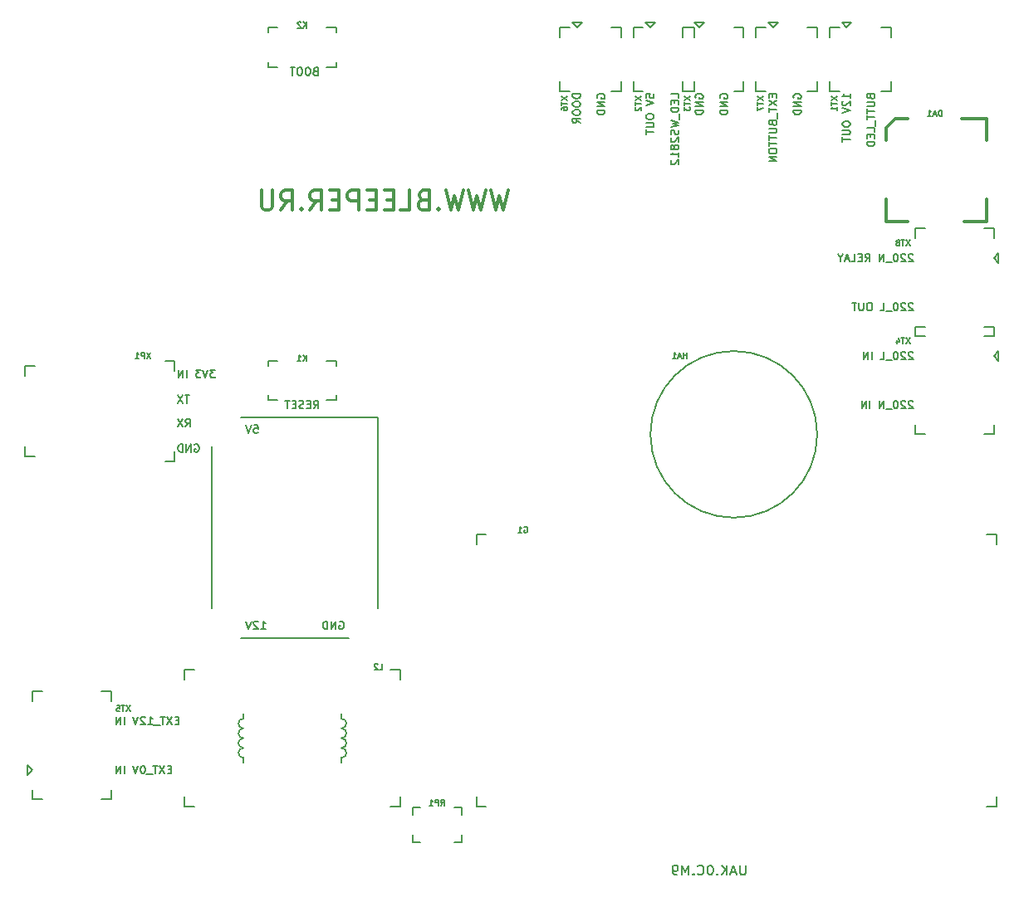
<source format=gbr>
G04 #@! TF.GenerationSoftware,KiCad,Pcbnew,(5.1.2-1)-1*
G04 #@! TF.CreationDate,2020-09-08T18:19:47+03:00*
G04 #@! TF.ProjectId,UAK_0,55414b5f-302e-46b6-9963-61645f706362,rev?*
G04 #@! TF.SameCoordinates,Original*
G04 #@! TF.FileFunction,Legend,Bot*
G04 #@! TF.FilePolarity,Positive*
%FSLAX46Y46*%
G04 Gerber Fmt 4.6, Leading zero omitted, Abs format (unit mm)*
G04 Created by KiCad (PCBNEW (5.1.2-1)-1) date 2020-09-08 18:19:47*
%MOMM*%
%LPD*%
G04 APERTURE LIST*
%ADD10C,0.150000*%
%ADD11C,0.300000*%
G04 APERTURE END LIST*
D10*
X107292976Y-112100000D02*
X107369166Y-112061904D01*
X107483452Y-112061904D01*
X107597738Y-112100000D01*
X107673928Y-112176190D01*
X107712023Y-112252380D01*
X107750119Y-112404761D01*
X107750119Y-112519047D01*
X107712023Y-112671428D01*
X107673928Y-112747619D01*
X107597738Y-112823809D01*
X107483452Y-112861904D01*
X107407261Y-112861904D01*
X107292976Y-112823809D01*
X107254880Y-112785714D01*
X107254880Y-112519047D01*
X107407261Y-112519047D01*
X106912023Y-112861904D02*
X106912023Y-112061904D01*
X106454880Y-112861904D01*
X106454880Y-112061904D01*
X106073928Y-112861904D02*
X106073928Y-112061904D01*
X105883452Y-112061904D01*
X105769166Y-112100000D01*
X105692976Y-112176190D01*
X105654880Y-112252380D01*
X105616785Y-112404761D01*
X105616785Y-112519047D01*
X105654880Y-112671428D01*
X105692976Y-112747619D01*
X105769166Y-112823809D01*
X105883452Y-112861904D01*
X106073928Y-112861904D01*
X99297500Y-112861904D02*
X99754642Y-112861904D01*
X99526071Y-112861904D02*
X99526071Y-112061904D01*
X99602261Y-112176190D01*
X99678452Y-112252380D01*
X99754642Y-112290476D01*
X98992738Y-112138095D02*
X98954642Y-112100000D01*
X98878452Y-112061904D01*
X98687976Y-112061904D01*
X98611785Y-112100000D01*
X98573690Y-112138095D01*
X98535595Y-112214285D01*
X98535595Y-112290476D01*
X98573690Y-112404761D01*
X99030833Y-112861904D01*
X98535595Y-112861904D01*
X98307023Y-112061904D02*
X98040357Y-112861904D01*
X97773690Y-112061904D01*
X98573690Y-92061904D02*
X98954642Y-92061904D01*
X98992738Y-92442857D01*
X98954642Y-92404761D01*
X98878452Y-92366666D01*
X98687976Y-92366666D01*
X98611785Y-92404761D01*
X98573690Y-92442857D01*
X98535595Y-92519047D01*
X98535595Y-92709523D01*
X98573690Y-92785714D01*
X98611785Y-92823809D01*
X98687976Y-92861904D01*
X98878452Y-92861904D01*
X98954642Y-92823809D01*
X98992738Y-92785714D01*
X98307023Y-92061904D02*
X98040357Y-92861904D01*
X97773690Y-92061904D01*
X91611785Y-92211904D02*
X91878452Y-91830952D01*
X92068928Y-92211904D02*
X92068928Y-91411904D01*
X91764166Y-91411904D01*
X91687976Y-91450000D01*
X91649880Y-91488095D01*
X91611785Y-91564285D01*
X91611785Y-91678571D01*
X91649880Y-91754761D01*
X91687976Y-91792857D01*
X91764166Y-91830952D01*
X92068928Y-91830952D01*
X91345119Y-91411904D02*
X90811785Y-92211904D01*
X90811785Y-91411904D02*
X91345119Y-92211904D01*
X91992738Y-89011904D02*
X91535595Y-89011904D01*
X91764166Y-89811904D02*
X91764166Y-89011904D01*
X91345119Y-89011904D02*
X90811785Y-89811904D01*
X90811785Y-89011904D02*
X91345119Y-89811904D01*
X94621309Y-86411904D02*
X94126071Y-86411904D01*
X94392738Y-86716666D01*
X94278452Y-86716666D01*
X94202261Y-86754761D01*
X94164166Y-86792857D01*
X94126071Y-86869047D01*
X94126071Y-87059523D01*
X94164166Y-87135714D01*
X94202261Y-87173809D01*
X94278452Y-87211904D01*
X94507023Y-87211904D01*
X94583214Y-87173809D01*
X94621309Y-87135714D01*
X93897500Y-86411904D02*
X93630833Y-87211904D01*
X93364166Y-86411904D01*
X93173690Y-86411904D02*
X92678452Y-86411904D01*
X92945119Y-86716666D01*
X92830833Y-86716666D01*
X92754642Y-86754761D01*
X92716547Y-86792857D01*
X92678452Y-86869047D01*
X92678452Y-87059523D01*
X92716547Y-87135714D01*
X92754642Y-87173809D01*
X92830833Y-87211904D01*
X93059404Y-87211904D01*
X93135595Y-87173809D01*
X93173690Y-87135714D01*
X91726071Y-87211904D02*
X91726071Y-86411904D01*
X91345119Y-87211904D02*
X91345119Y-86411904D01*
X90887976Y-87211904D01*
X90887976Y-86411904D01*
X92526071Y-94050000D02*
X92602261Y-94011904D01*
X92716547Y-94011904D01*
X92830833Y-94050000D01*
X92907023Y-94126190D01*
X92945119Y-94202380D01*
X92983214Y-94354761D01*
X92983214Y-94469047D01*
X92945119Y-94621428D01*
X92907023Y-94697619D01*
X92830833Y-94773809D01*
X92716547Y-94811904D01*
X92640357Y-94811904D01*
X92526071Y-94773809D01*
X92487976Y-94735714D01*
X92487976Y-94469047D01*
X92640357Y-94469047D01*
X92145119Y-94811904D02*
X92145119Y-94011904D01*
X91687976Y-94811904D01*
X91687976Y-94011904D01*
X91307023Y-94811904D02*
X91307023Y-94011904D01*
X91116547Y-94011904D01*
X91002261Y-94050000D01*
X90926071Y-94126190D01*
X90887976Y-94202380D01*
X90849880Y-94354761D01*
X90849880Y-94469047D01*
X90887976Y-94621428D01*
X90926071Y-94697619D01*
X91002261Y-94773809D01*
X91116547Y-94811904D01*
X91307023Y-94811904D01*
X90137976Y-127192857D02*
X89871309Y-127192857D01*
X89757023Y-127611904D02*
X90137976Y-127611904D01*
X90137976Y-126811904D01*
X89757023Y-126811904D01*
X89490357Y-126811904D02*
X88957023Y-127611904D01*
X88957023Y-126811904D02*
X89490357Y-127611904D01*
X88766547Y-126811904D02*
X88309404Y-126811904D01*
X88537976Y-127611904D02*
X88537976Y-126811904D01*
X88233214Y-127688095D02*
X87623690Y-127688095D01*
X87280833Y-126811904D02*
X87204642Y-126811904D01*
X87128452Y-126850000D01*
X87090357Y-126888095D01*
X87052261Y-126964285D01*
X87014166Y-127116666D01*
X87014166Y-127307142D01*
X87052261Y-127459523D01*
X87090357Y-127535714D01*
X87128452Y-127573809D01*
X87204642Y-127611904D01*
X87280833Y-127611904D01*
X87357023Y-127573809D01*
X87395119Y-127535714D01*
X87433214Y-127459523D01*
X87471309Y-127307142D01*
X87471309Y-127116666D01*
X87433214Y-126964285D01*
X87395119Y-126888095D01*
X87357023Y-126850000D01*
X87280833Y-126811904D01*
X86785595Y-126811904D02*
X86518928Y-127611904D01*
X86252261Y-126811904D01*
X85376071Y-127611904D02*
X85376071Y-126811904D01*
X84995119Y-127611904D02*
X84995119Y-126811904D01*
X84537976Y-127611904D01*
X84537976Y-126811904D01*
X90899880Y-122192857D02*
X90633214Y-122192857D01*
X90518928Y-122611904D02*
X90899880Y-122611904D01*
X90899880Y-121811904D01*
X90518928Y-121811904D01*
X90252261Y-121811904D02*
X89718928Y-122611904D01*
X89718928Y-121811904D02*
X90252261Y-122611904D01*
X89528452Y-121811904D02*
X89071309Y-121811904D01*
X89299880Y-122611904D02*
X89299880Y-121811904D01*
X88995119Y-122688095D02*
X88385595Y-122688095D01*
X87776071Y-122611904D02*
X88233214Y-122611904D01*
X88004642Y-122611904D02*
X88004642Y-121811904D01*
X88080833Y-121926190D01*
X88157023Y-122002380D01*
X88233214Y-122040476D01*
X87471309Y-121888095D02*
X87433214Y-121850000D01*
X87357023Y-121811904D01*
X87166547Y-121811904D01*
X87090357Y-121850000D01*
X87052261Y-121888095D01*
X87014166Y-121964285D01*
X87014166Y-122040476D01*
X87052261Y-122154761D01*
X87509404Y-122611904D01*
X87014166Y-122611904D01*
X86785595Y-121811904D02*
X86518928Y-122611904D01*
X86252261Y-121811904D01*
X85376071Y-122611904D02*
X85376071Y-121811904D01*
X84995119Y-122611904D02*
X84995119Y-121811904D01*
X84537976Y-122611904D01*
X84537976Y-121811904D01*
X165750119Y-89638095D02*
X165712023Y-89600000D01*
X165635833Y-89561904D01*
X165445357Y-89561904D01*
X165369166Y-89600000D01*
X165331071Y-89638095D01*
X165292976Y-89714285D01*
X165292976Y-89790476D01*
X165331071Y-89904761D01*
X165788214Y-90361904D01*
X165292976Y-90361904D01*
X164988214Y-89638095D02*
X164950119Y-89600000D01*
X164873928Y-89561904D01*
X164683452Y-89561904D01*
X164607261Y-89600000D01*
X164569166Y-89638095D01*
X164531071Y-89714285D01*
X164531071Y-89790476D01*
X164569166Y-89904761D01*
X165026309Y-90361904D01*
X164531071Y-90361904D01*
X164035833Y-89561904D02*
X163959642Y-89561904D01*
X163883452Y-89600000D01*
X163845357Y-89638095D01*
X163807261Y-89714285D01*
X163769166Y-89866666D01*
X163769166Y-90057142D01*
X163807261Y-90209523D01*
X163845357Y-90285714D01*
X163883452Y-90323809D01*
X163959642Y-90361904D01*
X164035833Y-90361904D01*
X164112023Y-90323809D01*
X164150119Y-90285714D01*
X164188214Y-90209523D01*
X164226309Y-90057142D01*
X164226309Y-89866666D01*
X164188214Y-89714285D01*
X164150119Y-89638095D01*
X164112023Y-89600000D01*
X164035833Y-89561904D01*
X163616785Y-90438095D02*
X163007261Y-90438095D01*
X162816785Y-90361904D02*
X162816785Y-89561904D01*
X162359642Y-90361904D01*
X162359642Y-89561904D01*
X161369166Y-90361904D02*
X161369166Y-89561904D01*
X160988214Y-90361904D02*
X160988214Y-89561904D01*
X160531071Y-90361904D01*
X160531071Y-89561904D01*
X165750119Y-84638095D02*
X165712023Y-84600000D01*
X165635833Y-84561904D01*
X165445357Y-84561904D01*
X165369166Y-84600000D01*
X165331071Y-84638095D01*
X165292976Y-84714285D01*
X165292976Y-84790476D01*
X165331071Y-84904761D01*
X165788214Y-85361904D01*
X165292976Y-85361904D01*
X164988214Y-84638095D02*
X164950119Y-84600000D01*
X164873928Y-84561904D01*
X164683452Y-84561904D01*
X164607261Y-84600000D01*
X164569166Y-84638095D01*
X164531071Y-84714285D01*
X164531071Y-84790476D01*
X164569166Y-84904761D01*
X165026309Y-85361904D01*
X164531071Y-85361904D01*
X164035833Y-84561904D02*
X163959642Y-84561904D01*
X163883452Y-84600000D01*
X163845357Y-84638095D01*
X163807261Y-84714285D01*
X163769166Y-84866666D01*
X163769166Y-85057142D01*
X163807261Y-85209523D01*
X163845357Y-85285714D01*
X163883452Y-85323809D01*
X163959642Y-85361904D01*
X164035833Y-85361904D01*
X164112023Y-85323809D01*
X164150119Y-85285714D01*
X164188214Y-85209523D01*
X164226309Y-85057142D01*
X164226309Y-84866666D01*
X164188214Y-84714285D01*
X164150119Y-84638095D01*
X164112023Y-84600000D01*
X164035833Y-84561904D01*
X163616785Y-85438095D02*
X163007261Y-85438095D01*
X162435833Y-85361904D02*
X162816785Y-85361904D01*
X162816785Y-84561904D01*
X161559642Y-85361904D02*
X161559642Y-84561904D01*
X161178690Y-85361904D02*
X161178690Y-84561904D01*
X160721547Y-85361904D01*
X160721547Y-84561904D01*
X165750119Y-79638095D02*
X165712023Y-79600000D01*
X165635833Y-79561904D01*
X165445357Y-79561904D01*
X165369166Y-79600000D01*
X165331071Y-79638095D01*
X165292976Y-79714285D01*
X165292976Y-79790476D01*
X165331071Y-79904761D01*
X165788214Y-80361904D01*
X165292976Y-80361904D01*
X164988214Y-79638095D02*
X164950119Y-79600000D01*
X164873928Y-79561904D01*
X164683452Y-79561904D01*
X164607261Y-79600000D01*
X164569166Y-79638095D01*
X164531071Y-79714285D01*
X164531071Y-79790476D01*
X164569166Y-79904761D01*
X165026309Y-80361904D01*
X164531071Y-80361904D01*
X164035833Y-79561904D02*
X163959642Y-79561904D01*
X163883452Y-79600000D01*
X163845357Y-79638095D01*
X163807261Y-79714285D01*
X163769166Y-79866666D01*
X163769166Y-80057142D01*
X163807261Y-80209523D01*
X163845357Y-80285714D01*
X163883452Y-80323809D01*
X163959642Y-80361904D01*
X164035833Y-80361904D01*
X164112023Y-80323809D01*
X164150119Y-80285714D01*
X164188214Y-80209523D01*
X164226309Y-80057142D01*
X164226309Y-79866666D01*
X164188214Y-79714285D01*
X164150119Y-79638095D01*
X164112023Y-79600000D01*
X164035833Y-79561904D01*
X163616785Y-80438095D02*
X163007261Y-80438095D01*
X162435833Y-80361904D02*
X162816785Y-80361904D01*
X162816785Y-79561904D01*
X161407261Y-79561904D02*
X161254880Y-79561904D01*
X161178690Y-79600000D01*
X161102500Y-79676190D01*
X161064404Y-79828571D01*
X161064404Y-80095238D01*
X161102500Y-80247619D01*
X161178690Y-80323809D01*
X161254880Y-80361904D01*
X161407261Y-80361904D01*
X161483452Y-80323809D01*
X161559642Y-80247619D01*
X161597738Y-80095238D01*
X161597738Y-79828571D01*
X161559642Y-79676190D01*
X161483452Y-79600000D01*
X161407261Y-79561904D01*
X160721547Y-79561904D02*
X160721547Y-80209523D01*
X160683452Y-80285714D01*
X160645357Y-80323809D01*
X160569166Y-80361904D01*
X160416785Y-80361904D01*
X160340595Y-80323809D01*
X160302500Y-80285714D01*
X160264404Y-80209523D01*
X160264404Y-79561904D01*
X159997738Y-79561904D02*
X159540595Y-79561904D01*
X159769166Y-80361904D02*
X159769166Y-79561904D01*
X165750119Y-74638095D02*
X165712023Y-74600000D01*
X165635833Y-74561904D01*
X165445357Y-74561904D01*
X165369166Y-74600000D01*
X165331071Y-74638095D01*
X165292976Y-74714285D01*
X165292976Y-74790476D01*
X165331071Y-74904761D01*
X165788214Y-75361904D01*
X165292976Y-75361904D01*
X164988214Y-74638095D02*
X164950119Y-74600000D01*
X164873928Y-74561904D01*
X164683452Y-74561904D01*
X164607261Y-74600000D01*
X164569166Y-74638095D01*
X164531071Y-74714285D01*
X164531071Y-74790476D01*
X164569166Y-74904761D01*
X165026309Y-75361904D01*
X164531071Y-75361904D01*
X164035833Y-74561904D02*
X163959642Y-74561904D01*
X163883452Y-74600000D01*
X163845357Y-74638095D01*
X163807261Y-74714285D01*
X163769166Y-74866666D01*
X163769166Y-75057142D01*
X163807261Y-75209523D01*
X163845357Y-75285714D01*
X163883452Y-75323809D01*
X163959642Y-75361904D01*
X164035833Y-75361904D01*
X164112023Y-75323809D01*
X164150119Y-75285714D01*
X164188214Y-75209523D01*
X164226309Y-75057142D01*
X164226309Y-74866666D01*
X164188214Y-74714285D01*
X164150119Y-74638095D01*
X164112023Y-74600000D01*
X164035833Y-74561904D01*
X163616785Y-75438095D02*
X163007261Y-75438095D01*
X162816785Y-75361904D02*
X162816785Y-74561904D01*
X162359642Y-75361904D01*
X162359642Y-74561904D01*
X160912023Y-75361904D02*
X161178690Y-74980952D01*
X161369166Y-75361904D02*
X161369166Y-74561904D01*
X161064404Y-74561904D01*
X160988214Y-74600000D01*
X160950119Y-74638095D01*
X160912023Y-74714285D01*
X160912023Y-74828571D01*
X160950119Y-74904761D01*
X160988214Y-74942857D01*
X161064404Y-74980952D01*
X161369166Y-74980952D01*
X160569166Y-74942857D02*
X160302500Y-74942857D01*
X160188214Y-75361904D02*
X160569166Y-75361904D01*
X160569166Y-74561904D01*
X160188214Y-74561904D01*
X159464404Y-75361904D02*
X159845357Y-75361904D01*
X159845357Y-74561904D01*
X159235833Y-75133333D02*
X158854880Y-75133333D01*
X159312023Y-75361904D02*
X159045357Y-74561904D01*
X158778690Y-75361904D01*
X158359642Y-74980952D02*
X158359642Y-75361904D01*
X158626309Y-74561904D02*
X158359642Y-74980952D01*
X158092976Y-74561904D01*
X161442857Y-58554642D02*
X161480952Y-58668928D01*
X161519047Y-58707023D01*
X161595238Y-58745119D01*
X161709523Y-58745119D01*
X161785714Y-58707023D01*
X161823809Y-58668928D01*
X161861904Y-58592738D01*
X161861904Y-58287976D01*
X161061904Y-58287976D01*
X161061904Y-58554642D01*
X161100000Y-58630833D01*
X161138095Y-58668928D01*
X161214285Y-58707023D01*
X161290476Y-58707023D01*
X161366666Y-58668928D01*
X161404761Y-58630833D01*
X161442857Y-58554642D01*
X161442857Y-58287976D01*
X161061904Y-59087976D02*
X161709523Y-59087976D01*
X161785714Y-59126071D01*
X161823809Y-59164166D01*
X161861904Y-59240357D01*
X161861904Y-59392738D01*
X161823809Y-59468928D01*
X161785714Y-59507023D01*
X161709523Y-59545119D01*
X161061904Y-59545119D01*
X161061904Y-59811785D02*
X161061904Y-60268928D01*
X161861904Y-60040357D02*
X161061904Y-60040357D01*
X161061904Y-60421309D02*
X161061904Y-60878452D01*
X161861904Y-60649880D02*
X161061904Y-60649880D01*
X161938095Y-60954642D02*
X161938095Y-61564166D01*
X161861904Y-62135595D02*
X161861904Y-61754642D01*
X161061904Y-61754642D01*
X161442857Y-62402261D02*
X161442857Y-62668928D01*
X161861904Y-62783214D02*
X161861904Y-62402261D01*
X161061904Y-62402261D01*
X161061904Y-62783214D01*
X161861904Y-63126071D02*
X161061904Y-63126071D01*
X161061904Y-63316547D01*
X161100000Y-63430833D01*
X161176190Y-63507023D01*
X161252380Y-63545119D01*
X161404761Y-63583214D01*
X161519047Y-63583214D01*
X161671428Y-63545119D01*
X161747619Y-63507023D01*
X161823809Y-63430833D01*
X161861904Y-63316547D01*
X161861904Y-63126071D01*
X159361904Y-58707023D02*
X159361904Y-58249880D01*
X159361904Y-58478452D02*
X158561904Y-58478452D01*
X158676190Y-58402261D01*
X158752380Y-58326071D01*
X158790476Y-58249880D01*
X158638095Y-59011785D02*
X158600000Y-59049880D01*
X158561904Y-59126071D01*
X158561904Y-59316547D01*
X158600000Y-59392738D01*
X158638095Y-59430833D01*
X158714285Y-59468928D01*
X158790476Y-59468928D01*
X158904761Y-59430833D01*
X159361904Y-58973690D01*
X159361904Y-59468928D01*
X158561904Y-59697500D02*
X159361904Y-59964166D01*
X158561904Y-60230833D01*
X158561904Y-61259404D02*
X158561904Y-61411785D01*
X158600000Y-61487976D01*
X158676190Y-61564166D01*
X158828571Y-61602261D01*
X159095238Y-61602261D01*
X159247619Y-61564166D01*
X159323809Y-61487976D01*
X159361904Y-61411785D01*
X159361904Y-61259404D01*
X159323809Y-61183214D01*
X159247619Y-61107023D01*
X159095238Y-61068928D01*
X158828571Y-61068928D01*
X158676190Y-61107023D01*
X158600000Y-61183214D01*
X158561904Y-61259404D01*
X158561904Y-61945119D02*
X159209523Y-61945119D01*
X159285714Y-61983214D01*
X159323809Y-62021309D01*
X159361904Y-62097500D01*
X159361904Y-62249880D01*
X159323809Y-62326071D01*
X159285714Y-62364166D01*
X159209523Y-62402261D01*
X158561904Y-62402261D01*
X158561904Y-62668928D02*
X158561904Y-63126071D01*
X159361904Y-62897500D02*
X158561904Y-62897500D01*
X153600000Y-58707023D02*
X153561904Y-58630833D01*
X153561904Y-58516547D01*
X153600000Y-58402261D01*
X153676190Y-58326071D01*
X153752380Y-58287976D01*
X153904761Y-58249880D01*
X154019047Y-58249880D01*
X154171428Y-58287976D01*
X154247619Y-58326071D01*
X154323809Y-58402261D01*
X154361904Y-58516547D01*
X154361904Y-58592738D01*
X154323809Y-58707023D01*
X154285714Y-58745119D01*
X154019047Y-58745119D01*
X154019047Y-58592738D01*
X154361904Y-59087976D02*
X153561904Y-59087976D01*
X154361904Y-59545119D01*
X153561904Y-59545119D01*
X154361904Y-59926071D02*
X153561904Y-59926071D01*
X153561904Y-60116547D01*
X153600000Y-60230833D01*
X153676190Y-60307023D01*
X153752380Y-60345119D01*
X153904761Y-60383214D01*
X154019047Y-60383214D01*
X154171428Y-60345119D01*
X154247619Y-60307023D01*
X154323809Y-60230833D01*
X154361904Y-60116547D01*
X154361904Y-59926071D01*
X151442857Y-58287976D02*
X151442857Y-58554642D01*
X151861904Y-58668928D02*
X151861904Y-58287976D01*
X151061904Y-58287976D01*
X151061904Y-58668928D01*
X151061904Y-58935595D02*
X151861904Y-59468928D01*
X151061904Y-59468928D02*
X151861904Y-58935595D01*
X151061904Y-59659404D02*
X151061904Y-60116547D01*
X151861904Y-59887976D02*
X151061904Y-59887976D01*
X151938095Y-60192738D02*
X151938095Y-60802261D01*
X151442857Y-61259404D02*
X151480952Y-61373690D01*
X151519047Y-61411785D01*
X151595238Y-61449880D01*
X151709523Y-61449880D01*
X151785714Y-61411785D01*
X151823809Y-61373690D01*
X151861904Y-61297500D01*
X151861904Y-60992738D01*
X151061904Y-60992738D01*
X151061904Y-61259404D01*
X151100000Y-61335595D01*
X151138095Y-61373690D01*
X151214285Y-61411785D01*
X151290476Y-61411785D01*
X151366666Y-61373690D01*
X151404761Y-61335595D01*
X151442857Y-61259404D01*
X151442857Y-60992738D01*
X151061904Y-61792738D02*
X151709523Y-61792738D01*
X151785714Y-61830833D01*
X151823809Y-61868928D01*
X151861904Y-61945119D01*
X151861904Y-62097500D01*
X151823809Y-62173690D01*
X151785714Y-62211785D01*
X151709523Y-62249880D01*
X151061904Y-62249880D01*
X151061904Y-62516547D02*
X151061904Y-62973690D01*
X151861904Y-62745119D02*
X151061904Y-62745119D01*
X151061904Y-63126071D02*
X151061904Y-63583214D01*
X151861904Y-63354642D02*
X151061904Y-63354642D01*
X151061904Y-64002261D02*
X151061904Y-64154642D01*
X151100000Y-64230833D01*
X151176190Y-64307023D01*
X151328571Y-64345119D01*
X151595238Y-64345119D01*
X151747619Y-64307023D01*
X151823809Y-64230833D01*
X151861904Y-64154642D01*
X151861904Y-64002261D01*
X151823809Y-63926071D01*
X151747619Y-63849880D01*
X151595238Y-63811785D01*
X151328571Y-63811785D01*
X151176190Y-63849880D01*
X151100000Y-63926071D01*
X151061904Y-64002261D01*
X151861904Y-64687976D02*
X151061904Y-64687976D01*
X151861904Y-65145119D01*
X151061904Y-65145119D01*
X138561904Y-58668928D02*
X138561904Y-58287976D01*
X138942857Y-58249880D01*
X138904761Y-58287976D01*
X138866666Y-58364166D01*
X138866666Y-58554642D01*
X138904761Y-58630833D01*
X138942857Y-58668928D01*
X139019047Y-58707023D01*
X139209523Y-58707023D01*
X139285714Y-58668928D01*
X139323809Y-58630833D01*
X139361904Y-58554642D01*
X139361904Y-58364166D01*
X139323809Y-58287976D01*
X139285714Y-58249880D01*
X138561904Y-58935595D02*
X139361904Y-59202261D01*
X138561904Y-59468928D01*
X138561904Y-60497500D02*
X138561904Y-60649880D01*
X138600000Y-60726071D01*
X138676190Y-60802261D01*
X138828571Y-60840357D01*
X139095238Y-60840357D01*
X139247619Y-60802261D01*
X139323809Y-60726071D01*
X139361904Y-60649880D01*
X139361904Y-60497500D01*
X139323809Y-60421309D01*
X139247619Y-60345119D01*
X139095238Y-60307023D01*
X138828571Y-60307023D01*
X138676190Y-60345119D01*
X138600000Y-60421309D01*
X138561904Y-60497500D01*
X138561904Y-61183214D02*
X139209523Y-61183214D01*
X139285714Y-61221309D01*
X139323809Y-61259404D01*
X139361904Y-61335595D01*
X139361904Y-61487976D01*
X139323809Y-61564166D01*
X139285714Y-61602261D01*
X139209523Y-61640357D01*
X138561904Y-61640357D01*
X138561904Y-61907023D02*
X138561904Y-62364166D01*
X139361904Y-62135595D02*
X138561904Y-62135595D01*
X146100000Y-58707023D02*
X146061904Y-58630833D01*
X146061904Y-58516547D01*
X146100000Y-58402261D01*
X146176190Y-58326071D01*
X146252380Y-58287976D01*
X146404761Y-58249880D01*
X146519047Y-58249880D01*
X146671428Y-58287976D01*
X146747619Y-58326071D01*
X146823809Y-58402261D01*
X146861904Y-58516547D01*
X146861904Y-58592738D01*
X146823809Y-58707023D01*
X146785714Y-58745119D01*
X146519047Y-58745119D01*
X146519047Y-58592738D01*
X146861904Y-59087976D02*
X146061904Y-59087976D01*
X146861904Y-59545119D01*
X146061904Y-59545119D01*
X146861904Y-59926071D02*
X146061904Y-59926071D01*
X146061904Y-60116547D01*
X146100000Y-60230833D01*
X146176190Y-60307023D01*
X146252380Y-60345119D01*
X146404761Y-60383214D01*
X146519047Y-60383214D01*
X146671428Y-60345119D01*
X146747619Y-60307023D01*
X146823809Y-60230833D01*
X146861904Y-60116547D01*
X146861904Y-59926071D01*
X143600000Y-58707023D02*
X143561904Y-58630833D01*
X143561904Y-58516547D01*
X143600000Y-58402261D01*
X143676190Y-58326071D01*
X143752380Y-58287976D01*
X143904761Y-58249880D01*
X144019047Y-58249880D01*
X144171428Y-58287976D01*
X144247619Y-58326071D01*
X144323809Y-58402261D01*
X144361904Y-58516547D01*
X144361904Y-58592738D01*
X144323809Y-58707023D01*
X144285714Y-58745119D01*
X144019047Y-58745119D01*
X144019047Y-58592738D01*
X144361904Y-59087976D02*
X143561904Y-59087976D01*
X144361904Y-59545119D01*
X143561904Y-59545119D01*
X144361904Y-59926071D02*
X143561904Y-59926071D01*
X143561904Y-60116547D01*
X143600000Y-60230833D01*
X143676190Y-60307023D01*
X143752380Y-60345119D01*
X143904761Y-60383214D01*
X144019047Y-60383214D01*
X144171428Y-60345119D01*
X144247619Y-60307023D01*
X144323809Y-60230833D01*
X144361904Y-60116547D01*
X144361904Y-59926071D01*
X141861904Y-58668928D02*
X141861904Y-58287976D01*
X141061904Y-58287976D01*
X141442857Y-58935595D02*
X141442857Y-59202261D01*
X141861904Y-59316547D02*
X141861904Y-58935595D01*
X141061904Y-58935595D01*
X141061904Y-59316547D01*
X141861904Y-59659404D02*
X141061904Y-59659404D01*
X141061904Y-59849880D01*
X141100000Y-59964166D01*
X141176190Y-60040357D01*
X141252380Y-60078452D01*
X141404761Y-60116547D01*
X141519047Y-60116547D01*
X141671428Y-60078452D01*
X141747619Y-60040357D01*
X141823809Y-59964166D01*
X141861904Y-59849880D01*
X141861904Y-59659404D01*
X141938095Y-60268928D02*
X141938095Y-60878452D01*
X141061904Y-60992738D02*
X141861904Y-61183214D01*
X141290476Y-61335595D01*
X141861904Y-61487976D01*
X141061904Y-61678452D01*
X141823809Y-61945119D02*
X141861904Y-62059404D01*
X141861904Y-62249880D01*
X141823809Y-62326071D01*
X141785714Y-62364166D01*
X141709523Y-62402261D01*
X141633333Y-62402261D01*
X141557142Y-62364166D01*
X141519047Y-62326071D01*
X141480952Y-62249880D01*
X141442857Y-62097500D01*
X141404761Y-62021309D01*
X141366666Y-61983214D01*
X141290476Y-61945119D01*
X141214285Y-61945119D01*
X141138095Y-61983214D01*
X141100000Y-62021309D01*
X141061904Y-62097500D01*
X141061904Y-62287976D01*
X141100000Y-62402261D01*
X141138095Y-62707023D02*
X141100000Y-62745119D01*
X141061904Y-62821309D01*
X141061904Y-63011785D01*
X141100000Y-63087976D01*
X141138095Y-63126071D01*
X141214285Y-63164166D01*
X141290476Y-63164166D01*
X141404761Y-63126071D01*
X141861904Y-62668928D01*
X141861904Y-63164166D01*
X141404761Y-63621309D02*
X141366666Y-63545119D01*
X141328571Y-63507023D01*
X141252380Y-63468928D01*
X141214285Y-63468928D01*
X141138095Y-63507023D01*
X141100000Y-63545119D01*
X141061904Y-63621309D01*
X141061904Y-63773690D01*
X141100000Y-63849880D01*
X141138095Y-63887976D01*
X141214285Y-63926071D01*
X141252380Y-63926071D01*
X141328571Y-63887976D01*
X141366666Y-63849880D01*
X141404761Y-63773690D01*
X141404761Y-63621309D01*
X141442857Y-63545119D01*
X141480952Y-63507023D01*
X141557142Y-63468928D01*
X141709523Y-63468928D01*
X141785714Y-63507023D01*
X141823809Y-63545119D01*
X141861904Y-63621309D01*
X141861904Y-63773690D01*
X141823809Y-63849880D01*
X141785714Y-63887976D01*
X141709523Y-63926071D01*
X141557142Y-63926071D01*
X141480952Y-63887976D01*
X141442857Y-63849880D01*
X141404761Y-63773690D01*
X141861904Y-64687976D02*
X141861904Y-64230833D01*
X141861904Y-64459404D02*
X141061904Y-64459404D01*
X141176190Y-64383214D01*
X141252380Y-64307023D01*
X141290476Y-64230833D01*
X141138095Y-64992738D02*
X141100000Y-65030833D01*
X141061904Y-65107023D01*
X141061904Y-65297500D01*
X141100000Y-65373690D01*
X141138095Y-65411785D01*
X141214285Y-65449880D01*
X141290476Y-65449880D01*
X141404761Y-65411785D01*
X141861904Y-64954642D01*
X141861904Y-65449880D01*
X131861904Y-58287976D02*
X131061904Y-58287976D01*
X131061904Y-58478452D01*
X131100000Y-58592738D01*
X131176190Y-58668928D01*
X131252380Y-58707023D01*
X131404761Y-58745119D01*
X131519047Y-58745119D01*
X131671428Y-58707023D01*
X131747619Y-58668928D01*
X131823809Y-58592738D01*
X131861904Y-58478452D01*
X131861904Y-58287976D01*
X131061904Y-59240357D02*
X131061904Y-59392738D01*
X131100000Y-59468928D01*
X131176190Y-59545119D01*
X131328571Y-59583214D01*
X131595238Y-59583214D01*
X131747619Y-59545119D01*
X131823809Y-59468928D01*
X131861904Y-59392738D01*
X131861904Y-59240357D01*
X131823809Y-59164166D01*
X131747619Y-59087976D01*
X131595238Y-59049880D01*
X131328571Y-59049880D01*
X131176190Y-59087976D01*
X131100000Y-59164166D01*
X131061904Y-59240357D01*
X131061904Y-60078452D02*
X131061904Y-60230833D01*
X131100000Y-60307023D01*
X131176190Y-60383214D01*
X131328571Y-60421309D01*
X131595238Y-60421309D01*
X131747619Y-60383214D01*
X131823809Y-60307023D01*
X131861904Y-60230833D01*
X131861904Y-60078452D01*
X131823809Y-60002261D01*
X131747619Y-59926071D01*
X131595238Y-59887976D01*
X131328571Y-59887976D01*
X131176190Y-59926071D01*
X131100000Y-60002261D01*
X131061904Y-60078452D01*
X131861904Y-61221309D02*
X131480952Y-60954642D01*
X131861904Y-60764166D02*
X131061904Y-60764166D01*
X131061904Y-61068928D01*
X131100000Y-61145119D01*
X131138095Y-61183214D01*
X131214285Y-61221309D01*
X131328571Y-61221309D01*
X131404761Y-61183214D01*
X131442857Y-61145119D01*
X131480952Y-61068928D01*
X131480952Y-60764166D01*
X133600000Y-58707023D02*
X133561904Y-58630833D01*
X133561904Y-58516547D01*
X133600000Y-58402261D01*
X133676190Y-58326071D01*
X133752380Y-58287976D01*
X133904761Y-58249880D01*
X134019047Y-58249880D01*
X134171428Y-58287976D01*
X134247619Y-58326071D01*
X134323809Y-58402261D01*
X134361904Y-58516547D01*
X134361904Y-58592738D01*
X134323809Y-58707023D01*
X134285714Y-58745119D01*
X134019047Y-58745119D01*
X134019047Y-58592738D01*
X134361904Y-59087976D02*
X133561904Y-59087976D01*
X134361904Y-59545119D01*
X133561904Y-59545119D01*
X134361904Y-59926071D02*
X133561904Y-59926071D01*
X133561904Y-60116547D01*
X133600000Y-60230833D01*
X133676190Y-60307023D01*
X133752380Y-60345119D01*
X133904761Y-60383214D01*
X134019047Y-60383214D01*
X134171428Y-60345119D01*
X134247619Y-60307023D01*
X134323809Y-60230833D01*
X134361904Y-60116547D01*
X134361904Y-59926071D01*
X104835714Y-55942857D02*
X104721428Y-55980952D01*
X104683333Y-56019047D01*
X104645238Y-56095238D01*
X104645238Y-56209523D01*
X104683333Y-56285714D01*
X104721428Y-56323809D01*
X104797619Y-56361904D01*
X105102380Y-56361904D01*
X105102380Y-55561904D01*
X104835714Y-55561904D01*
X104759523Y-55600000D01*
X104721428Y-55638095D01*
X104683333Y-55714285D01*
X104683333Y-55790476D01*
X104721428Y-55866666D01*
X104759523Y-55904761D01*
X104835714Y-55942857D01*
X105102380Y-55942857D01*
X104150000Y-55561904D02*
X103997619Y-55561904D01*
X103921428Y-55600000D01*
X103845238Y-55676190D01*
X103807142Y-55828571D01*
X103807142Y-56095238D01*
X103845238Y-56247619D01*
X103921428Y-56323809D01*
X103997619Y-56361904D01*
X104150000Y-56361904D01*
X104226190Y-56323809D01*
X104302380Y-56247619D01*
X104340476Y-56095238D01*
X104340476Y-55828571D01*
X104302380Y-55676190D01*
X104226190Y-55600000D01*
X104150000Y-55561904D01*
X103311904Y-55561904D02*
X103159523Y-55561904D01*
X103083333Y-55600000D01*
X103007142Y-55676190D01*
X102969047Y-55828571D01*
X102969047Y-56095238D01*
X103007142Y-56247619D01*
X103083333Y-56323809D01*
X103159523Y-56361904D01*
X103311904Y-56361904D01*
X103388095Y-56323809D01*
X103464285Y-56247619D01*
X103502380Y-56095238D01*
X103502380Y-55828571D01*
X103464285Y-55676190D01*
X103388095Y-55600000D01*
X103311904Y-55561904D01*
X102740476Y-55561904D02*
X102283333Y-55561904D01*
X102511904Y-56361904D02*
X102511904Y-55561904D01*
X104661904Y-90361904D02*
X104928571Y-89980952D01*
X105119047Y-90361904D02*
X105119047Y-89561904D01*
X104814285Y-89561904D01*
X104738095Y-89600000D01*
X104700000Y-89638095D01*
X104661904Y-89714285D01*
X104661904Y-89828571D01*
X104700000Y-89904761D01*
X104738095Y-89942857D01*
X104814285Y-89980952D01*
X105119047Y-89980952D01*
X104319047Y-89942857D02*
X104052380Y-89942857D01*
X103938095Y-90361904D02*
X104319047Y-90361904D01*
X104319047Y-89561904D01*
X103938095Y-89561904D01*
X103633333Y-90323809D02*
X103519047Y-90361904D01*
X103328571Y-90361904D01*
X103252380Y-90323809D01*
X103214285Y-90285714D01*
X103176190Y-90209523D01*
X103176190Y-90133333D01*
X103214285Y-90057142D01*
X103252380Y-90019047D01*
X103328571Y-89980952D01*
X103480952Y-89942857D01*
X103557142Y-89904761D01*
X103595238Y-89866666D01*
X103633333Y-89790476D01*
X103633333Y-89714285D01*
X103595238Y-89638095D01*
X103557142Y-89600000D01*
X103480952Y-89561904D01*
X103290476Y-89561904D01*
X103176190Y-89600000D01*
X102833333Y-89942857D02*
X102566666Y-89942857D01*
X102452380Y-90361904D02*
X102833333Y-90361904D01*
X102833333Y-89561904D01*
X102452380Y-89561904D01*
X102223809Y-89561904D02*
X101766666Y-89561904D01*
X101995238Y-90361904D02*
X101995238Y-89561904D01*
X111250000Y-110750000D02*
X111250000Y-91250000D01*
X97250000Y-91250000D02*
X111250000Y-91250000D01*
X94250000Y-110750000D02*
X94250000Y-94250000D01*
X97250000Y-113750000D02*
X108250000Y-113750000D01*
D11*
X124466666Y-68104761D02*
X123990476Y-70104761D01*
X123609523Y-68676190D01*
X123228571Y-70104761D01*
X122752380Y-68104761D01*
X122180952Y-68104761D02*
X121704761Y-70104761D01*
X121323809Y-68676190D01*
X120942857Y-70104761D01*
X120466666Y-68104761D01*
X119895238Y-68104761D02*
X119419047Y-70104761D01*
X119038095Y-68676190D01*
X118657142Y-70104761D01*
X118180952Y-68104761D01*
X117419047Y-69914285D02*
X117323809Y-70009523D01*
X117419047Y-70104761D01*
X117514285Y-70009523D01*
X117419047Y-69914285D01*
X117419047Y-70104761D01*
X115800000Y-69057142D02*
X115514285Y-69152380D01*
X115419047Y-69247619D01*
X115323809Y-69438095D01*
X115323809Y-69723809D01*
X115419047Y-69914285D01*
X115514285Y-70009523D01*
X115704761Y-70104761D01*
X116466666Y-70104761D01*
X116466666Y-68104761D01*
X115800000Y-68104761D01*
X115609523Y-68200000D01*
X115514285Y-68295238D01*
X115419047Y-68485714D01*
X115419047Y-68676190D01*
X115514285Y-68866666D01*
X115609523Y-68961904D01*
X115800000Y-69057142D01*
X116466666Y-69057142D01*
X113514285Y-70104761D02*
X114466666Y-70104761D01*
X114466666Y-68104761D01*
X112847619Y-69057142D02*
X112180952Y-69057142D01*
X111895238Y-70104761D02*
X112847619Y-70104761D01*
X112847619Y-68104761D01*
X111895238Y-68104761D01*
X111038095Y-69057142D02*
X110371428Y-69057142D01*
X110085714Y-70104761D02*
X111038095Y-70104761D01*
X111038095Y-68104761D01*
X110085714Y-68104761D01*
X109228571Y-70104761D02*
X109228571Y-68104761D01*
X108466666Y-68104761D01*
X108276190Y-68200000D01*
X108180952Y-68295238D01*
X108085714Y-68485714D01*
X108085714Y-68771428D01*
X108180952Y-68961904D01*
X108276190Y-69057142D01*
X108466666Y-69152380D01*
X109228571Y-69152380D01*
X107228571Y-69057142D02*
X106561904Y-69057142D01*
X106276190Y-70104761D02*
X107228571Y-70104761D01*
X107228571Y-68104761D01*
X106276190Y-68104761D01*
X104276190Y-70104761D02*
X104942857Y-69152380D01*
X105419047Y-70104761D02*
X105419047Y-68104761D01*
X104657142Y-68104761D01*
X104466666Y-68200000D01*
X104371428Y-68295238D01*
X104276190Y-68485714D01*
X104276190Y-68771428D01*
X104371428Y-68961904D01*
X104466666Y-69057142D01*
X104657142Y-69152380D01*
X105419047Y-69152380D01*
X103419047Y-69914285D02*
X103323809Y-70009523D01*
X103419047Y-70104761D01*
X103514285Y-70009523D01*
X103419047Y-69914285D01*
X103419047Y-70104761D01*
X101323809Y-70104761D02*
X101990476Y-69152380D01*
X102466666Y-70104761D02*
X102466666Y-68104761D01*
X101704761Y-68104761D01*
X101514285Y-68200000D01*
X101419047Y-68295238D01*
X101323809Y-68485714D01*
X101323809Y-68771428D01*
X101419047Y-68961904D01*
X101514285Y-69057142D01*
X101704761Y-69152380D01*
X102466666Y-69152380D01*
X100466666Y-68104761D02*
X100466666Y-69723809D01*
X100371428Y-69914285D01*
X100276190Y-70009523D01*
X100085714Y-70104761D01*
X99704761Y-70104761D01*
X99514285Y-70009523D01*
X99419047Y-69914285D01*
X99323809Y-69723809D01*
X99323809Y-68104761D01*
D10*
X148714285Y-136952380D02*
X148714285Y-137761904D01*
X148666666Y-137857142D01*
X148619047Y-137904761D01*
X148523809Y-137952380D01*
X148333333Y-137952380D01*
X148238095Y-137904761D01*
X148190476Y-137857142D01*
X148142857Y-137761904D01*
X148142857Y-136952380D01*
X147714285Y-137666666D02*
X147238095Y-137666666D01*
X147809523Y-137952380D02*
X147476190Y-136952380D01*
X147142857Y-137952380D01*
X146809523Y-137952380D02*
X146809523Y-136952380D01*
X146238095Y-137952380D02*
X146666666Y-137380952D01*
X146238095Y-136952380D02*
X146809523Y-137523809D01*
X145809523Y-137857142D02*
X145761904Y-137904761D01*
X145809523Y-137952380D01*
X145857142Y-137904761D01*
X145809523Y-137857142D01*
X145809523Y-137952380D01*
X145142857Y-136952380D02*
X145047619Y-136952380D01*
X144952380Y-137000000D01*
X144904761Y-137047619D01*
X144857142Y-137142857D01*
X144809523Y-137333333D01*
X144809523Y-137571428D01*
X144857142Y-137761904D01*
X144904761Y-137857142D01*
X144952380Y-137904761D01*
X145047619Y-137952380D01*
X145142857Y-137952380D01*
X145238095Y-137904761D01*
X145285714Y-137857142D01*
X145333333Y-137761904D01*
X145380952Y-137571428D01*
X145380952Y-137333333D01*
X145333333Y-137142857D01*
X145285714Y-137047619D01*
X145238095Y-137000000D01*
X145142857Y-136952380D01*
X143809523Y-137857142D02*
X143857142Y-137904761D01*
X144000000Y-137952380D01*
X144095238Y-137952380D01*
X144238095Y-137904761D01*
X144333333Y-137809523D01*
X144380952Y-137714285D01*
X144428571Y-137523809D01*
X144428571Y-137380952D01*
X144380952Y-137190476D01*
X144333333Y-137095238D01*
X144238095Y-137000000D01*
X144095238Y-136952380D01*
X144000000Y-136952380D01*
X143857142Y-137000000D01*
X143809523Y-137047619D01*
X143380952Y-137857142D02*
X143333333Y-137904761D01*
X143380952Y-137952380D01*
X143428571Y-137904761D01*
X143380952Y-137857142D01*
X143380952Y-137952380D01*
X142904761Y-137952380D02*
X142904761Y-136952380D01*
X142571428Y-137666666D01*
X142238095Y-136952380D01*
X142238095Y-137952380D01*
X141714285Y-137952380D02*
X141523809Y-137952380D01*
X141428571Y-137904761D01*
X141380952Y-137857142D01*
X141285714Y-137714285D01*
X141238095Y-137523809D01*
X141238095Y-137142857D01*
X141285714Y-137047619D01*
X141333333Y-137000000D01*
X141428571Y-136952380D01*
X141619047Y-136952380D01*
X141714285Y-137000000D01*
X141761904Y-137047619D01*
X141809523Y-137142857D01*
X141809523Y-137380952D01*
X141761904Y-137476190D01*
X141714285Y-137523809D01*
X141619047Y-137571428D01*
X141428571Y-137571428D01*
X141333333Y-137523809D01*
X141285714Y-137476190D01*
X141238095Y-137380952D01*
D11*
X163000000Y-71250000D02*
X165250000Y-71250000D01*
X163000000Y-71241600D02*
X163000000Y-69000000D01*
X173235200Y-71250000D02*
X173250000Y-69000000D01*
X173250000Y-60750000D02*
X173250000Y-63000000D01*
X173250000Y-60750000D02*
X170750000Y-60750000D01*
X164000000Y-60750000D02*
X165250000Y-60750000D01*
X163000000Y-61750000D02*
X164000000Y-60750000D01*
X171000000Y-71250000D02*
X173235200Y-71250000D01*
X163000000Y-63000000D02*
X163000000Y-61750000D01*
D10*
X174500000Y-75500000D02*
X174000000Y-75000000D01*
X174500000Y-74500000D02*
X174500000Y-75500000D01*
X174000000Y-75000000D02*
X174500000Y-74500000D01*
X174000000Y-72000000D02*
X173000000Y-72000000D01*
X174000000Y-72000000D02*
X174000000Y-73000000D01*
X174000000Y-83000000D02*
X174000000Y-82000000D01*
X166000000Y-72000000D02*
X167000000Y-72000000D01*
X166000000Y-72000000D02*
X166000000Y-73000000D01*
X166000000Y-83000000D02*
X166000000Y-82000000D01*
X166000000Y-83000000D02*
X167000000Y-83000000D01*
X174000000Y-83000000D02*
X173000000Y-83000000D01*
X152000000Y-50950000D02*
X151500000Y-51450000D01*
X151000000Y-50950000D02*
X152000000Y-50950000D01*
X151500000Y-51450000D02*
X151000000Y-50950000D01*
X149750000Y-51500000D02*
X149750000Y-52500000D01*
X149750000Y-51500000D02*
X150750000Y-51500000D01*
X156000000Y-51500000D02*
X155000000Y-51500000D01*
X149750000Y-58000000D02*
X149750000Y-57000000D01*
X149750000Y-58000000D02*
X150750000Y-58000000D01*
X156000000Y-58000000D02*
X155000000Y-58000000D01*
X156000000Y-58000000D02*
X156000000Y-57000000D01*
X156000000Y-51500000D02*
X156000000Y-52500000D01*
X75500000Y-126750000D02*
X76000000Y-127250000D01*
X75500000Y-127750000D02*
X75500000Y-126750000D01*
X76000000Y-127250000D02*
X75500000Y-127750000D01*
X76000000Y-130250000D02*
X77000000Y-130250000D01*
X76000000Y-130250000D02*
X76000000Y-129250000D01*
X76000000Y-119250000D02*
X76000000Y-120250000D01*
X84000000Y-130250000D02*
X83000000Y-130250000D01*
X84000000Y-130250000D02*
X84000000Y-129250000D01*
X84000000Y-119250000D02*
X84000000Y-120250000D01*
X84000000Y-119250000D02*
X83000000Y-119250000D01*
X76000000Y-119250000D02*
X77000000Y-119250000D01*
X144500000Y-50950000D02*
X144000000Y-51450000D01*
X143500000Y-50950000D02*
X144500000Y-50950000D01*
X144000000Y-51450000D02*
X143500000Y-50950000D01*
X142250000Y-51500000D02*
X142250000Y-52500000D01*
X142250000Y-51500000D02*
X143250000Y-51500000D01*
X148500000Y-51500000D02*
X147500000Y-51500000D01*
X142250000Y-58000000D02*
X142250000Y-57000000D01*
X142250000Y-58000000D02*
X143250000Y-58000000D01*
X148500000Y-58000000D02*
X147500000Y-58000000D01*
X148500000Y-58000000D02*
X148500000Y-57000000D01*
X148500000Y-51500000D02*
X148500000Y-52500000D01*
X139500000Y-50950000D02*
X139000000Y-51450000D01*
X138500000Y-50950000D02*
X139500000Y-50950000D01*
X139000000Y-51450000D02*
X138500000Y-50950000D01*
X137250000Y-51500000D02*
X137250000Y-52500000D01*
X137250000Y-51500000D02*
X138250000Y-51500000D01*
X143500000Y-51500000D02*
X142500000Y-51500000D01*
X137250000Y-58000000D02*
X137250000Y-57000000D01*
X137250000Y-58000000D02*
X138250000Y-58000000D01*
X143500000Y-58000000D02*
X142500000Y-58000000D01*
X143500000Y-58000000D02*
X143500000Y-57000000D01*
X143500000Y-51500000D02*
X143500000Y-52500000D01*
X156000000Y-93000000D02*
G75*
G03X156000000Y-93000000I-8500000J0D01*
G01*
X132000000Y-50950000D02*
X131500000Y-51450000D01*
X131000000Y-50950000D02*
X132000000Y-50950000D01*
X131500000Y-51450000D02*
X131000000Y-50950000D01*
X129750000Y-51500000D02*
X129750000Y-52500000D01*
X129750000Y-51500000D02*
X130750000Y-51500000D01*
X136000000Y-51500000D02*
X135000000Y-51500000D01*
X129750000Y-58000000D02*
X129750000Y-57000000D01*
X129750000Y-58000000D02*
X130750000Y-58000000D01*
X136000000Y-58000000D02*
X135000000Y-58000000D01*
X136000000Y-58000000D02*
X136000000Y-57000000D01*
X136000000Y-51500000D02*
X136000000Y-52500000D01*
X159500000Y-50950000D02*
X159000000Y-51450000D01*
X158500000Y-50950000D02*
X159500000Y-50950000D01*
X159000000Y-51450000D02*
X158500000Y-50950000D01*
X157250000Y-51500000D02*
X157250000Y-52500000D01*
X157250000Y-51500000D02*
X158250000Y-51500000D01*
X163500000Y-51500000D02*
X162500000Y-51500000D01*
X157250000Y-58000000D02*
X157250000Y-57000000D01*
X157250000Y-58000000D02*
X158250000Y-58000000D01*
X163500000Y-58000000D02*
X162500000Y-58000000D01*
X163500000Y-58000000D02*
X163500000Y-57000000D01*
X163500000Y-51500000D02*
X163500000Y-52500000D01*
X119750000Y-131100000D02*
X119750000Y-131850000D01*
X119750000Y-131100000D02*
X119000000Y-131100000D01*
X119750000Y-134600000D02*
X119750000Y-133850000D01*
X119750000Y-134600000D02*
X119000000Y-134600000D01*
X114750000Y-131100000D02*
X114750000Y-131850000D01*
X114750000Y-131100000D02*
X115500000Y-131100000D01*
X115500000Y-134600000D02*
X114750000Y-134600000D01*
X114750000Y-134600000D02*
X114750000Y-133850000D01*
X90500000Y-95750000D02*
X90500000Y-94750000D01*
X75250000Y-95250000D02*
X76250000Y-95250000D01*
X90500000Y-95750000D02*
X89500000Y-95750000D01*
X75250000Y-95250000D02*
X75250000Y-94250000D01*
X75250000Y-86000000D02*
X75250000Y-87000000D01*
X75250000Y-86000000D02*
X76250000Y-86000000D01*
X90500000Y-85500000D02*
X90500000Y-86500000D01*
X90500000Y-85500000D02*
X89500000Y-85500000D01*
X100000000Y-55500000D02*
X101000000Y-55500000D01*
X100000000Y-55000000D02*
X100000000Y-55500000D01*
X107000000Y-55500000D02*
X106000000Y-55500000D01*
X107000000Y-55000000D02*
X107000000Y-55500000D01*
X100000000Y-51500000D02*
X101000000Y-51500000D01*
X100000000Y-52000000D02*
X100000000Y-51500000D01*
X107000000Y-51500000D02*
X106000000Y-51500000D01*
X107000000Y-52000000D02*
X107000000Y-51500000D01*
X100000000Y-89500000D02*
X101000000Y-89500000D01*
X100000000Y-89000000D02*
X100000000Y-89500000D01*
X107000000Y-89500000D02*
X106000000Y-89500000D01*
X107000000Y-89000000D02*
X107000000Y-89500000D01*
X100000000Y-85500000D02*
X101000000Y-85500000D01*
X100000000Y-86000000D02*
X100000000Y-85500000D01*
X107000000Y-85500000D02*
X106000000Y-85500000D01*
X107000000Y-86000000D02*
X107000000Y-85500000D01*
X174500000Y-85500000D02*
X174000000Y-85000000D01*
X174500000Y-84500000D02*
X174500000Y-85500000D01*
X174000000Y-85000000D02*
X174500000Y-84500000D01*
X174000000Y-82000000D02*
X173000000Y-82000000D01*
X174000000Y-82000000D02*
X174000000Y-83000000D01*
X174000000Y-93000000D02*
X174000000Y-92000000D01*
X166000000Y-82000000D02*
X167000000Y-82000000D01*
X166000000Y-82000000D02*
X166000000Y-83000000D01*
X166000000Y-93000000D02*
X166000000Y-92000000D01*
X166000000Y-93000000D02*
X167000000Y-93000000D01*
X174000000Y-93000000D02*
X173000000Y-93000000D01*
X107500000Y-125000000D02*
G75*
G02X107500000Y-126000000I0J-500000D01*
G01*
X107500000Y-124000000D02*
G75*
G02X107500000Y-125000000I0J-500000D01*
G01*
X107500000Y-123000000D02*
G75*
G02X107500000Y-124000000I0J-500000D01*
G01*
X107500000Y-126000000D02*
X107500000Y-126500000D01*
X107500000Y-122000000D02*
G75*
G02X107500000Y-123000000I0J-500000D01*
G01*
X107500000Y-122000000D02*
X107500000Y-121500000D01*
X97500000Y-122000000D02*
X97500000Y-121500000D01*
X97500000Y-126000000D02*
X97500000Y-126500000D01*
X97500000Y-122000000D02*
G75*
G03X97500000Y-123000000I0J-500000D01*
G01*
X97500000Y-123000000D02*
G75*
G03X97500000Y-124000000I0J-500000D01*
G01*
X97500000Y-125000000D02*
G75*
G03X97500000Y-126000000I0J-500000D01*
G01*
X97500000Y-124000000D02*
G75*
G03X97500000Y-125000000I0J-500000D01*
G01*
X91500000Y-131000000D02*
X92500000Y-131000000D01*
X91500000Y-131000000D02*
X91500000Y-130000000D01*
X113500000Y-117000000D02*
X113500000Y-118000000D01*
X113500000Y-117000000D02*
X112500000Y-117000000D01*
X113500000Y-131000000D02*
X113500000Y-130000000D01*
X113500000Y-131000000D02*
X112500000Y-131000000D01*
X91500000Y-117000000D02*
X91500000Y-118000000D01*
X91500000Y-117000000D02*
X92500000Y-117000000D01*
X121250000Y-131000000D02*
X121250000Y-130000000D01*
X121250000Y-131000000D02*
X122250000Y-131000000D01*
X121250000Y-103250000D02*
X122250000Y-103250000D01*
X121250000Y-103250000D02*
X121250000Y-104250000D01*
X174250000Y-103250000D02*
X174250000Y-104250000D01*
X174250000Y-103250000D02*
X173250000Y-103250000D01*
X174250000Y-131000000D02*
X173250000Y-131000000D01*
X174250000Y-131000000D02*
X174250000Y-130000000D01*
X168700000Y-60521428D02*
X168700000Y-59921428D01*
X168557142Y-59921428D01*
X168471428Y-59950000D01*
X168414285Y-60007142D01*
X168385714Y-60064285D01*
X168357142Y-60178571D01*
X168357142Y-60264285D01*
X168385714Y-60378571D01*
X168414285Y-60435714D01*
X168471428Y-60492857D01*
X168557142Y-60521428D01*
X168700000Y-60521428D01*
X168128571Y-60350000D02*
X167842857Y-60350000D01*
X168185714Y-60521428D02*
X167985714Y-59921428D01*
X167785714Y-60521428D01*
X167271428Y-60521428D02*
X167614285Y-60521428D01*
X167442857Y-60521428D02*
X167442857Y-59921428D01*
X167500000Y-60007142D01*
X167557142Y-60064285D01*
X167614285Y-60092857D01*
X165464285Y-73171428D02*
X165064285Y-73771428D01*
X165064285Y-73171428D02*
X165464285Y-73771428D01*
X164921428Y-73171428D02*
X164578571Y-73171428D01*
X164750000Y-73771428D02*
X164750000Y-73171428D01*
X164292857Y-73428571D02*
X164350000Y-73400000D01*
X164378571Y-73371428D01*
X164407142Y-73314285D01*
X164407142Y-73285714D01*
X164378571Y-73228571D01*
X164350000Y-73200000D01*
X164292857Y-73171428D01*
X164178571Y-73171428D01*
X164121428Y-73200000D01*
X164092857Y-73228571D01*
X164064285Y-73285714D01*
X164064285Y-73314285D01*
X164092857Y-73371428D01*
X164121428Y-73400000D01*
X164178571Y-73428571D01*
X164292857Y-73428571D01*
X164350000Y-73457142D01*
X164378571Y-73485714D01*
X164407142Y-73542857D01*
X164407142Y-73657142D01*
X164378571Y-73714285D01*
X164350000Y-73742857D01*
X164292857Y-73771428D01*
X164178571Y-73771428D01*
X164121428Y-73742857D01*
X164092857Y-73714285D01*
X164064285Y-73657142D01*
X164064285Y-73542857D01*
X164092857Y-73485714D01*
X164121428Y-73457142D01*
X164178571Y-73428571D01*
X149921428Y-58535714D02*
X150521428Y-58935714D01*
X149921428Y-58935714D02*
X150521428Y-58535714D01*
X149921428Y-59078571D02*
X149921428Y-59421428D01*
X150521428Y-59250000D02*
X149921428Y-59250000D01*
X149921428Y-59564285D02*
X149921428Y-59964285D01*
X150521428Y-59707142D01*
X85964285Y-120671428D02*
X85564285Y-121271428D01*
X85564285Y-120671428D02*
X85964285Y-121271428D01*
X85421428Y-120671428D02*
X85078571Y-120671428D01*
X85250000Y-121271428D02*
X85250000Y-120671428D01*
X84592857Y-120671428D02*
X84878571Y-120671428D01*
X84907142Y-120957142D01*
X84878571Y-120928571D01*
X84821428Y-120900000D01*
X84678571Y-120900000D01*
X84621428Y-120928571D01*
X84592857Y-120957142D01*
X84564285Y-121014285D01*
X84564285Y-121157142D01*
X84592857Y-121214285D01*
X84621428Y-121242857D01*
X84678571Y-121271428D01*
X84821428Y-121271428D01*
X84878571Y-121242857D01*
X84907142Y-121214285D01*
X142421428Y-58535714D02*
X143021428Y-58935714D01*
X142421428Y-58935714D02*
X143021428Y-58535714D01*
X142421428Y-59078571D02*
X142421428Y-59421428D01*
X143021428Y-59250000D02*
X142421428Y-59250000D01*
X142421428Y-59564285D02*
X142421428Y-59935714D01*
X142650000Y-59735714D01*
X142650000Y-59821428D01*
X142678571Y-59878571D01*
X142707142Y-59907142D01*
X142764285Y-59935714D01*
X142907142Y-59935714D01*
X142964285Y-59907142D01*
X142992857Y-59878571D01*
X143021428Y-59821428D01*
X143021428Y-59650000D01*
X142992857Y-59592857D01*
X142964285Y-59564285D01*
X137421428Y-58535714D02*
X138021428Y-58935714D01*
X137421428Y-58935714D02*
X138021428Y-58535714D01*
X137421428Y-59078571D02*
X137421428Y-59421428D01*
X138021428Y-59250000D02*
X137421428Y-59250000D01*
X137478571Y-59592857D02*
X137450000Y-59621428D01*
X137421428Y-59678571D01*
X137421428Y-59821428D01*
X137450000Y-59878571D01*
X137478571Y-59907142D01*
X137535714Y-59935714D01*
X137592857Y-59935714D01*
X137678571Y-59907142D01*
X138021428Y-59564285D01*
X138021428Y-59935714D01*
X142714285Y-85271428D02*
X142714285Y-84671428D01*
X142714285Y-84957142D02*
X142371428Y-84957142D01*
X142371428Y-85271428D02*
X142371428Y-84671428D01*
X142114285Y-85100000D02*
X141828571Y-85100000D01*
X142171428Y-85271428D02*
X141971428Y-84671428D01*
X141771428Y-85271428D01*
X141257142Y-85271428D02*
X141600000Y-85271428D01*
X141428571Y-85271428D02*
X141428571Y-84671428D01*
X141485714Y-84757142D01*
X141542857Y-84814285D01*
X141600000Y-84842857D01*
X129921428Y-58535714D02*
X130521428Y-58935714D01*
X129921428Y-58935714D02*
X130521428Y-58535714D01*
X129921428Y-59078571D02*
X129921428Y-59421428D01*
X130521428Y-59250000D02*
X129921428Y-59250000D01*
X129921428Y-59878571D02*
X129921428Y-59764285D01*
X129950000Y-59707142D01*
X129978571Y-59678571D01*
X130064285Y-59621428D01*
X130178571Y-59592857D01*
X130407142Y-59592857D01*
X130464285Y-59621428D01*
X130492857Y-59650000D01*
X130521428Y-59707142D01*
X130521428Y-59821428D01*
X130492857Y-59878571D01*
X130464285Y-59907142D01*
X130407142Y-59935714D01*
X130264285Y-59935714D01*
X130207142Y-59907142D01*
X130178571Y-59878571D01*
X130150000Y-59821428D01*
X130150000Y-59707142D01*
X130178571Y-59650000D01*
X130207142Y-59621428D01*
X130264285Y-59592857D01*
X157421428Y-58535714D02*
X158021428Y-58935714D01*
X157421428Y-58935714D02*
X158021428Y-58535714D01*
X157421428Y-59078571D02*
X157421428Y-59421428D01*
X158021428Y-59250000D02*
X157421428Y-59250000D01*
X158021428Y-59935714D02*
X158021428Y-59592857D01*
X158021428Y-59764285D02*
X157421428Y-59764285D01*
X157507142Y-59707142D01*
X157564285Y-59650000D01*
X157592857Y-59592857D01*
X117650000Y-130871428D02*
X117850000Y-130585714D01*
X117992857Y-130871428D02*
X117992857Y-130271428D01*
X117764285Y-130271428D01*
X117707142Y-130300000D01*
X117678571Y-130328571D01*
X117650000Y-130385714D01*
X117650000Y-130471428D01*
X117678571Y-130528571D01*
X117707142Y-130557142D01*
X117764285Y-130585714D01*
X117992857Y-130585714D01*
X117392857Y-130871428D02*
X117392857Y-130271428D01*
X117164285Y-130271428D01*
X117107142Y-130300000D01*
X117078571Y-130328571D01*
X117050000Y-130385714D01*
X117050000Y-130471428D01*
X117078571Y-130528571D01*
X117107142Y-130557142D01*
X117164285Y-130585714D01*
X117392857Y-130585714D01*
X116478571Y-130871428D02*
X116821428Y-130871428D01*
X116650000Y-130871428D02*
X116650000Y-130271428D01*
X116707142Y-130357142D01*
X116764285Y-130414285D01*
X116821428Y-130442857D01*
X88035714Y-84671428D02*
X87635714Y-85271428D01*
X87635714Y-84671428D02*
X88035714Y-85271428D01*
X87407142Y-85271428D02*
X87407142Y-84671428D01*
X87178571Y-84671428D01*
X87121428Y-84700000D01*
X87092857Y-84728571D01*
X87064285Y-84785714D01*
X87064285Y-84871428D01*
X87092857Y-84928571D01*
X87121428Y-84957142D01*
X87178571Y-84985714D01*
X87407142Y-84985714D01*
X86492857Y-85271428D02*
X86835714Y-85271428D01*
X86664285Y-85271428D02*
X86664285Y-84671428D01*
X86721428Y-84757142D01*
X86778571Y-84814285D01*
X86835714Y-84842857D01*
X103942857Y-51521428D02*
X103942857Y-50921428D01*
X103600000Y-51521428D02*
X103857142Y-51178571D01*
X103600000Y-50921428D02*
X103942857Y-51264285D01*
X103371428Y-50978571D02*
X103342857Y-50950000D01*
X103285714Y-50921428D01*
X103142857Y-50921428D01*
X103085714Y-50950000D01*
X103057142Y-50978571D01*
X103028571Y-51035714D01*
X103028571Y-51092857D01*
X103057142Y-51178571D01*
X103400000Y-51521428D01*
X103028571Y-51521428D01*
X103942857Y-85521428D02*
X103942857Y-84921428D01*
X103600000Y-85521428D02*
X103857142Y-85178571D01*
X103600000Y-84921428D02*
X103942857Y-85264285D01*
X103028571Y-85521428D02*
X103371428Y-85521428D01*
X103200000Y-85521428D02*
X103200000Y-84921428D01*
X103257142Y-85007142D01*
X103314285Y-85064285D01*
X103371428Y-85092857D01*
X165464285Y-83171428D02*
X165064285Y-83771428D01*
X165064285Y-83171428D02*
X165464285Y-83771428D01*
X164921428Y-83171428D02*
X164578571Y-83171428D01*
X164750000Y-83771428D02*
X164750000Y-83171428D01*
X164121428Y-83371428D02*
X164121428Y-83771428D01*
X164264285Y-83142857D02*
X164407142Y-83571428D01*
X164035714Y-83571428D01*
X111350000Y-117021428D02*
X111635714Y-117021428D01*
X111635714Y-116421428D01*
X111178571Y-116478571D02*
X111150000Y-116450000D01*
X111092857Y-116421428D01*
X110950000Y-116421428D01*
X110892857Y-116450000D01*
X110864285Y-116478571D01*
X110835714Y-116535714D01*
X110835714Y-116592857D01*
X110864285Y-116678571D01*
X111207142Y-117021428D01*
X110835714Y-117021428D01*
X126128571Y-102450000D02*
X126185714Y-102421428D01*
X126271428Y-102421428D01*
X126357142Y-102450000D01*
X126414285Y-102507142D01*
X126442857Y-102564285D01*
X126471428Y-102678571D01*
X126471428Y-102764285D01*
X126442857Y-102878571D01*
X126414285Y-102935714D01*
X126357142Y-102992857D01*
X126271428Y-103021428D01*
X126214285Y-103021428D01*
X126128571Y-102992857D01*
X126100000Y-102964285D01*
X126100000Y-102764285D01*
X126214285Y-102764285D01*
X125528571Y-103021428D02*
X125871428Y-103021428D01*
X125700000Y-103021428D02*
X125700000Y-102421428D01*
X125757142Y-102507142D01*
X125814285Y-102564285D01*
X125871428Y-102592857D01*
M02*

</source>
